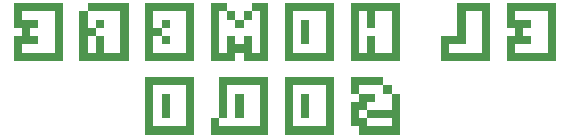
<source format=gbr>
%TF.GenerationSoftware,KiCad,Pcbnew,9.0.0*%
%TF.CreationDate,2025-05-20T18:18:11-06:00*%
%TF.ProjectId,GB_Card32k,47425f43-6172-4643-9332-6b2e6b696361,rev?*%
%TF.SameCoordinates,Original*%
%TF.FileFunction,Legend,Bot*%
%TF.FilePolarity,Positive*%
%FSLAX46Y46*%
G04 Gerber Fmt 4.6, Leading zero omitted, Abs format (unit mm)*
G04 Created by KiCad (PCBNEW 9.0.0) date 2025-05-20 18:18:11*
%MOMM*%
%LPD*%
G01*
G04 APERTURE LIST*
%ADD10C,0.000000*%
G04 APERTURE END LIST*
D10*
%TO.C,G\u002A\u002A\u002A*%
G36*
X146687672Y-99268493D02*
G01*
X146687672Y-100312329D01*
X146339727Y-100312329D01*
X145991782Y-100312329D01*
X145991782Y-99268493D01*
X145991782Y-98224657D01*
X146339727Y-98224657D01*
X146687672Y-98224657D01*
X146687672Y-99268493D01*
G37*
G36*
X146687672Y-105531507D02*
G01*
X146687672Y-106575342D01*
X146339727Y-106575342D01*
X145991782Y-106575342D01*
X145991782Y-105531507D01*
X145991782Y-104487671D01*
X146339727Y-104487671D01*
X146687672Y-104487671D01*
X146687672Y-105531507D01*
G37*
G36*
X141120549Y-105531507D02*
G01*
X141120549Y-106575342D01*
X140772604Y-106575342D01*
X140424658Y-106575342D01*
X140424658Y-105531507D01*
X140424658Y-104487671D01*
X140772604Y-104487671D01*
X141120549Y-104487671D01*
X141120549Y-105531507D01*
G37*
G36*
X134857535Y-98572603D02*
G01*
X134857535Y-98920548D01*
X134509590Y-98920548D01*
X134161645Y-98920548D01*
X134161645Y-98572603D01*
X134161645Y-98224657D01*
X134509590Y-98224657D01*
X134857535Y-98224657D01*
X134857535Y-98572603D01*
G37*
G36*
X134857535Y-99964383D02*
G01*
X134857535Y-100312329D01*
X134509590Y-100312329D01*
X134161645Y-100312329D01*
X134161645Y-99964383D01*
X134161645Y-99616438D01*
X134509590Y-99616438D01*
X134857535Y-99616438D01*
X134857535Y-99964383D01*
G37*
G36*
X134857535Y-105531507D02*
G01*
X134857535Y-106575342D01*
X134509590Y-106575342D01*
X134161645Y-106575342D01*
X134161645Y-105531507D01*
X134161645Y-104487671D01*
X134509590Y-104487671D01*
X134857535Y-104487671D01*
X134857535Y-105531507D01*
G37*
G36*
X129290412Y-98572603D02*
G01*
X129290412Y-98920548D01*
X128942467Y-98920548D01*
X128594521Y-98920548D01*
X128594521Y-98572603D01*
X128594521Y-98224657D01*
X128942467Y-98224657D01*
X129290412Y-98224657D01*
X129290412Y-98572603D01*
G37*
G36*
X148775343Y-101704109D02*
G01*
X146687672Y-101704109D01*
X144600001Y-101704109D01*
X144600001Y-99268493D01*
X144600001Y-97528767D01*
X145295891Y-97528767D01*
X145295891Y-99268493D01*
X145295891Y-101008219D01*
X146687672Y-101008219D01*
X148079453Y-101008219D01*
X148079453Y-99268493D01*
X148079453Y-97528767D01*
X146687672Y-97528767D01*
X145295891Y-97528767D01*
X144600001Y-97528767D01*
X144600001Y-96832877D01*
X146687672Y-96832877D01*
X148775343Y-96832877D01*
X148775343Y-99268493D01*
X148775343Y-101704109D01*
G37*
G36*
X148775343Y-107967123D02*
G01*
X146687672Y-107967123D01*
X144600001Y-107967123D01*
X144600001Y-105531507D01*
X144600001Y-103791781D01*
X145295891Y-103791781D01*
X145295891Y-105531507D01*
X145295891Y-107271233D01*
X146687672Y-107271233D01*
X148079453Y-107271233D01*
X148079453Y-105531507D01*
X148079453Y-103791781D01*
X146687672Y-103791781D01*
X145295891Y-103791781D01*
X144600001Y-103791781D01*
X144600001Y-103095890D01*
X146687672Y-103095890D01*
X148775343Y-103095890D01*
X148775343Y-105531507D01*
X148775343Y-107967123D01*
G37*
G36*
X136945206Y-107967123D02*
G01*
X134857535Y-107967123D01*
X132769864Y-107967123D01*
X132769864Y-105531507D01*
X132769864Y-103791781D01*
X133465754Y-103791781D01*
X133465754Y-105531507D01*
X133465754Y-107271233D01*
X134857535Y-107271233D01*
X136249316Y-107271233D01*
X136249316Y-105531507D01*
X136249316Y-103791781D01*
X134857535Y-103791781D01*
X133465754Y-103791781D01*
X132769864Y-103791781D01*
X132769864Y-103095890D01*
X134857535Y-103095890D01*
X136945206Y-103095890D01*
X136945206Y-105531507D01*
X136945206Y-107967123D01*
G37*
G36*
X143208220Y-105531507D02*
G01*
X143208220Y-107967123D01*
X140772604Y-107967123D01*
X138336987Y-107967123D01*
X138336987Y-107271233D01*
X138336987Y-106575342D01*
X138684932Y-106575342D01*
X139032878Y-106575342D01*
X139032878Y-106923287D01*
X139032878Y-107271233D01*
X140772604Y-107271233D01*
X142512330Y-107271233D01*
X142512330Y-105531507D01*
X142512330Y-103791781D01*
X141120549Y-103791781D01*
X139728768Y-103791781D01*
X139728768Y-105183561D01*
X139728768Y-106575342D01*
X139380823Y-106575342D01*
X139032878Y-106575342D01*
X139032878Y-104835616D01*
X139032878Y-103095890D01*
X141120549Y-103095890D01*
X143208220Y-103095890D01*
X143208220Y-105531507D01*
G37*
G36*
X161997261Y-101704109D02*
G01*
X159909590Y-101704109D01*
X157821919Y-101704109D01*
X157821919Y-100660274D01*
X157821919Y-100312329D01*
X158517809Y-100312329D01*
X158517809Y-100660274D01*
X158517809Y-101008219D01*
X159909590Y-101008219D01*
X161301371Y-101008219D01*
X161301371Y-99268493D01*
X161301371Y-97528767D01*
X160605480Y-97528767D01*
X159909590Y-97528767D01*
X159909590Y-98920548D01*
X159909590Y-100312329D01*
X159213700Y-100312329D01*
X158517809Y-100312329D01*
X157821919Y-100312329D01*
X157821919Y-99616438D01*
X158517809Y-99616438D01*
X159213700Y-99616438D01*
X159213700Y-98224657D01*
X159213700Y-96832877D01*
X160605480Y-96832877D01*
X161997261Y-96832877D01*
X161997261Y-99268493D01*
X161997261Y-101704109D01*
G37*
G36*
X136945206Y-101704109D02*
G01*
X134857535Y-101704109D01*
X132769864Y-101704109D01*
X132769864Y-99268493D01*
X132769864Y-97528767D01*
X133465754Y-97528767D01*
X133465754Y-98224657D01*
X133465754Y-98920548D01*
X133813700Y-98920548D01*
X134161645Y-98920548D01*
X134161645Y-99268493D01*
X134161645Y-99616438D01*
X133813700Y-99616438D01*
X133465754Y-99616438D01*
X133465754Y-100312329D01*
X133465754Y-101008219D01*
X134857535Y-101008219D01*
X136249316Y-101008219D01*
X136249316Y-99268493D01*
X136249316Y-97528767D01*
X134857535Y-97528767D01*
X133465754Y-97528767D01*
X132769864Y-97528767D01*
X132769864Y-96832877D01*
X134857535Y-96832877D01*
X136945206Y-96832877D01*
X136945206Y-99268493D01*
X136945206Y-101704109D01*
G37*
G36*
X154342467Y-101704109D02*
G01*
X152254795Y-101704109D01*
X150167124Y-101704109D01*
X150167124Y-99268493D01*
X150167124Y-97528767D01*
X150863015Y-97528767D01*
X150863015Y-99268493D01*
X150863015Y-101008219D01*
X151210960Y-101008219D01*
X151558905Y-101008219D01*
X151558905Y-100312329D01*
X151558905Y-99616438D01*
X151906850Y-99616438D01*
X152254795Y-99616438D01*
X152254795Y-100312329D01*
X152254795Y-101008219D01*
X152950686Y-101008219D01*
X153646576Y-101008219D01*
X153646576Y-99268493D01*
X153646576Y-97528767D01*
X152950686Y-97528767D01*
X152254795Y-97528767D01*
X152254795Y-98224657D01*
X152254795Y-98920548D01*
X151906850Y-98920548D01*
X151558905Y-98920548D01*
X151558905Y-98224657D01*
X151558905Y-97528767D01*
X151210960Y-97528767D01*
X150863015Y-97528767D01*
X150167124Y-97528767D01*
X150167124Y-96832877D01*
X152254795Y-96832877D01*
X154342467Y-96832877D01*
X154342467Y-99268493D01*
X154342467Y-101704109D01*
G37*
G36*
X131378083Y-99268493D02*
G01*
X131378083Y-101704109D01*
X129290412Y-101704109D01*
X127202741Y-101704109D01*
X127202741Y-99616438D01*
X127202741Y-97528767D01*
X127550686Y-97528767D01*
X127898631Y-97528767D01*
X127898631Y-98224657D01*
X127898631Y-98920548D01*
X128246576Y-98920548D01*
X128594521Y-98920548D01*
X128594521Y-99268493D01*
X128594521Y-99616438D01*
X128246576Y-99616438D01*
X127898631Y-99616438D01*
X127898631Y-100312329D01*
X127898631Y-101008219D01*
X128246576Y-101008219D01*
X128594521Y-101008219D01*
X128594521Y-100312329D01*
X128594521Y-99616438D01*
X128942467Y-99616438D01*
X129290412Y-99616438D01*
X129290412Y-100312329D01*
X129290412Y-101008219D01*
X129986302Y-101008219D01*
X130682193Y-101008219D01*
X130682193Y-99268493D01*
X130682193Y-97528767D01*
X129290412Y-97528767D01*
X127898631Y-97528767D01*
X127898631Y-97180822D01*
X127898631Y-96832877D01*
X129638357Y-96832877D01*
X131378083Y-96832877D01*
X131378083Y-99268493D01*
G37*
G36*
X167564384Y-101704109D02*
G01*
X165476713Y-101704109D01*
X163389042Y-101704109D01*
X163389042Y-100660274D01*
X163389042Y-99616438D01*
X163736987Y-99616438D01*
X164084932Y-99616438D01*
X164084932Y-99268493D01*
X164084932Y-98920548D01*
X163736987Y-98920548D01*
X163389042Y-98920548D01*
X163389042Y-97876712D01*
X163389042Y-97528767D01*
X164084932Y-97528767D01*
X164084932Y-97876712D01*
X164084932Y-98224657D01*
X164780823Y-98224657D01*
X165476713Y-98224657D01*
X165476713Y-98572603D01*
X165476713Y-98920548D01*
X165128768Y-98920548D01*
X164780823Y-98920548D01*
X164780823Y-99268493D01*
X164780823Y-99616438D01*
X165128768Y-99616438D01*
X165476713Y-99616438D01*
X165476713Y-99964383D01*
X165476713Y-100312329D01*
X164780823Y-100312329D01*
X164084932Y-100312329D01*
X164084932Y-100660274D01*
X164084932Y-101008219D01*
X165476713Y-101008219D01*
X166868494Y-101008219D01*
X166868494Y-99268493D01*
X166868494Y-97528767D01*
X165476713Y-97528767D01*
X164084932Y-97528767D01*
X163389042Y-97528767D01*
X163389042Y-96832877D01*
X165476713Y-96832877D01*
X167564384Y-96832877D01*
X167564384Y-99268493D01*
X167564384Y-101704109D01*
G37*
G36*
X125810960Y-101704109D02*
G01*
X123723289Y-101704109D01*
X121635617Y-101704109D01*
X121635617Y-100660274D01*
X121635617Y-99616438D01*
X121983563Y-99616438D01*
X122331508Y-99616438D01*
X122331508Y-99268493D01*
X122331508Y-98920548D01*
X121983563Y-98920548D01*
X121635617Y-98920548D01*
X121635617Y-97876712D01*
X121635617Y-97528767D01*
X122331508Y-97528767D01*
X122331508Y-97876712D01*
X122331508Y-98224657D01*
X123027398Y-98224657D01*
X123723289Y-98224657D01*
X123723289Y-98572603D01*
X123723289Y-98920548D01*
X123375343Y-98920548D01*
X123027398Y-98920548D01*
X123027398Y-99268493D01*
X123027398Y-99616438D01*
X123375343Y-99616438D01*
X123723289Y-99616438D01*
X123723289Y-99964383D01*
X123723289Y-100312329D01*
X123027398Y-100312329D01*
X122331508Y-100312329D01*
X122331508Y-100660274D01*
X122331508Y-101008219D01*
X123723289Y-101008219D01*
X125115069Y-101008219D01*
X125115069Y-99268493D01*
X125115069Y-97528767D01*
X123723289Y-97528767D01*
X122331508Y-97528767D01*
X121635617Y-97528767D01*
X121635617Y-96832877D01*
X123723289Y-96832877D01*
X125810960Y-96832877D01*
X125810960Y-99268493D01*
X125810960Y-101704109D01*
G37*
G36*
X154342467Y-107967123D02*
G01*
X152602741Y-107967123D01*
X150863015Y-107967123D01*
X150863015Y-107619178D01*
X150863015Y-107271233D01*
X150515069Y-107271233D01*
X150167124Y-107271233D01*
X150167124Y-106227397D01*
X150167124Y-105879452D01*
X150863015Y-105879452D01*
X150863015Y-106227397D01*
X150863015Y-106575342D01*
X151210960Y-106575342D01*
X151558905Y-106575342D01*
X151558905Y-106923287D01*
X151558905Y-107271233D01*
X152602741Y-107271233D01*
X153646576Y-107271233D01*
X153646576Y-106923287D01*
X153646576Y-106575342D01*
X152602741Y-106575342D01*
X151558905Y-106575342D01*
X151558905Y-106227397D01*
X151558905Y-105879452D01*
X151210960Y-105879452D01*
X150863015Y-105879452D01*
X150167124Y-105879452D01*
X150167124Y-105183561D01*
X150515069Y-105183561D01*
X150863015Y-105183561D01*
X150863015Y-104835616D01*
X150863015Y-104487671D01*
X151558905Y-104487671D01*
X152254795Y-104487671D01*
X152254795Y-104835616D01*
X152254795Y-105183561D01*
X151906850Y-105183561D01*
X151558905Y-105183561D01*
X151558905Y-105531507D01*
X151558905Y-105879452D01*
X152602741Y-105879452D01*
X153646576Y-105879452D01*
X153646576Y-105183561D01*
X153646576Y-104487671D01*
X153994521Y-104487671D01*
X154342467Y-104487671D01*
X154342467Y-106227397D01*
X154342467Y-106575342D01*
X154342467Y-107967123D01*
G37*
G36*
X152950686Y-103443835D02*
G01*
X152950686Y-103791781D01*
X151906850Y-103791781D01*
X150863015Y-103791781D01*
X150863015Y-104139726D01*
X150863015Y-104487671D01*
X150515069Y-104487671D01*
X150167124Y-104487671D01*
X150167124Y-103791781D01*
X150167124Y-103095890D01*
X151558905Y-103095890D01*
X152950686Y-103095890D01*
X152950686Y-103443835D01*
G37*
G36*
X153298631Y-103791781D02*
G01*
X153646576Y-103791781D01*
X153646576Y-104139726D01*
X153646576Y-104487671D01*
X153298631Y-104487671D01*
X152950686Y-104487671D01*
X152950686Y-104139726D01*
X152950686Y-103791781D01*
X153298631Y-103791781D01*
G37*
G36*
X139728768Y-97180822D02*
G01*
X139728768Y-97528767D01*
X139380823Y-97528767D01*
X139032878Y-97528767D01*
X139032878Y-99268493D01*
X139032878Y-101008219D01*
X139380823Y-101008219D01*
X139728768Y-101008219D01*
X139728768Y-100312329D01*
X139728768Y-99616438D01*
X140076713Y-99616438D01*
X140424658Y-99616438D01*
X140424658Y-99964383D01*
X140424658Y-100312329D01*
X140772604Y-100312329D01*
X141120549Y-100312329D01*
X141120549Y-99964383D01*
X141120549Y-99616438D01*
X141468494Y-99616438D01*
X141816439Y-99616438D01*
X141816439Y-100312329D01*
X141816439Y-101008219D01*
X142164384Y-101008219D01*
X142512330Y-101008219D01*
X142512330Y-99268493D01*
X142512330Y-97528767D01*
X142164384Y-97528767D01*
X141816439Y-97528767D01*
X141816439Y-97180822D01*
X141816439Y-96832877D01*
X142512330Y-96832877D01*
X143208220Y-96832877D01*
X143208220Y-99268493D01*
X143208220Y-101704109D01*
X142164384Y-101704109D01*
X141120549Y-101704109D01*
X141120549Y-101356164D01*
X141120549Y-101008219D01*
X140772604Y-101008219D01*
X140424658Y-101008219D01*
X140424658Y-101356164D01*
X140424658Y-101704109D01*
X139380823Y-101704109D01*
X138336987Y-101704109D01*
X138336987Y-99268493D01*
X138336987Y-96832877D01*
X139032878Y-96832877D01*
X139728768Y-96832877D01*
X139728768Y-97180822D01*
G37*
G36*
X140076713Y-97528767D02*
G01*
X140424658Y-97528767D01*
X140424658Y-97876712D01*
X140424658Y-98224657D01*
X140772604Y-98224657D01*
X141120549Y-98224657D01*
X141120549Y-97876712D01*
X141120549Y-97528767D01*
X141468494Y-97528767D01*
X141816439Y-97528767D01*
X141816439Y-97876712D01*
X141816439Y-98224657D01*
X141468494Y-98224657D01*
X141120549Y-98224657D01*
X141120549Y-98572603D01*
X141120549Y-98920548D01*
X140772604Y-98920548D01*
X140424658Y-98920548D01*
X140424658Y-98572603D01*
X140424658Y-98224657D01*
X140076713Y-98224657D01*
X139728768Y-98224657D01*
X139728768Y-97876712D01*
X139728768Y-97528767D01*
X140076713Y-97528767D01*
G37*
%TD*%
M02*

</source>
